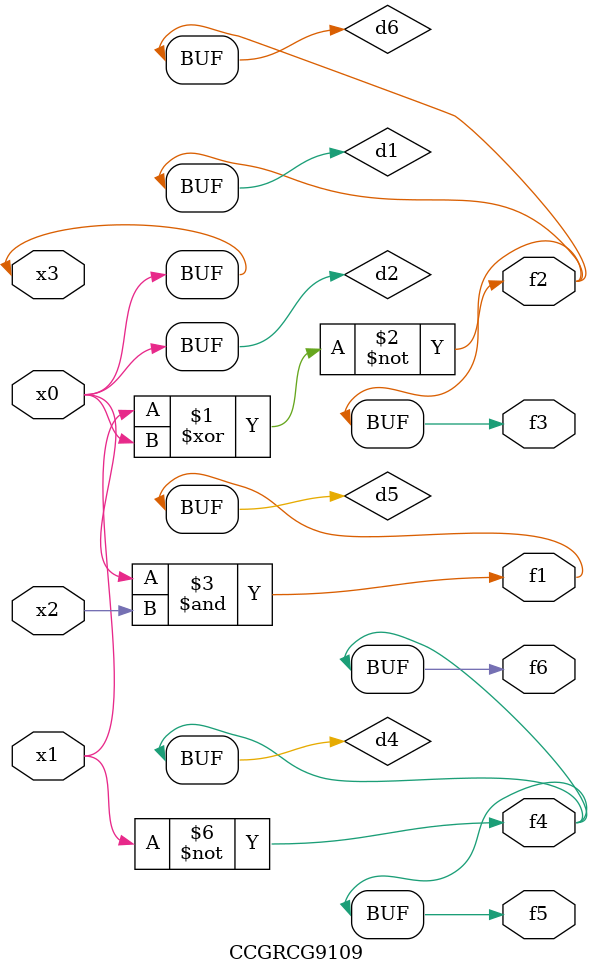
<source format=v>
module CCGRCG9109(
	input x0, x1, x2, x3,
	output f1, f2, f3, f4, f5, f6
);

	wire d1, d2, d3, d4, d5, d6;

	xnor (d1, x1, x3);
	buf (d2, x0, x3);
	nand (d3, x0, x2);
	not (d4, x1);
	nand (d5, d3);
	or (d6, d1);
	assign f1 = d5;
	assign f2 = d6;
	assign f3 = d6;
	assign f4 = d4;
	assign f5 = d4;
	assign f6 = d4;
endmodule

</source>
